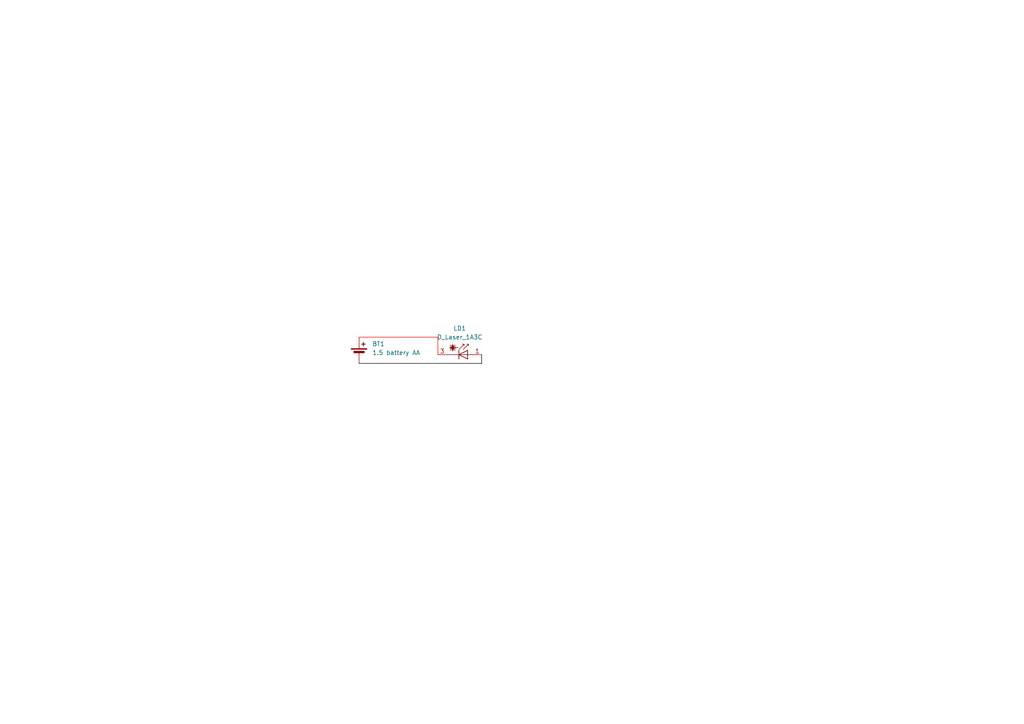
<source format=kicad_sch>
(kicad_sch
	(version 20231120)
	(generator "eeschema")
	(generator_version "8.0")
	(uuid "b4ff39d5-5938-4b3a-a27a-d3a989a5765b")
	(paper "A4")
	(lib_symbols
		(symbol "Device:Battery_Cell"
			(pin_numbers hide)
			(pin_names
				(offset 0) hide)
			(exclude_from_sim no)
			(in_bom yes)
			(on_board yes)
			(property "Reference" "BT"
				(at 2.54 2.54 0)
				(effects
					(font
						(size 1.27 1.27)
					)
					(justify left)
				)
			)
			(property "Value" "Battery_Cell"
				(at 2.54 0 0)
				(effects
					(font
						(size 1.27 1.27)
					)
					(justify left)
				)
			)
			(property "Footprint" ""
				(at 0 1.524 90)
				(effects
					(font
						(size 1.27 1.27)
					)
					(hide yes)
				)
			)
			(property "Datasheet" "~"
				(at 0 1.524 90)
				(effects
					(font
						(size 1.27 1.27)
					)
					(hide yes)
				)
			)
			(property "Description" "Single-cell battery"
				(at 0 0 0)
				(effects
					(font
						(size 1.27 1.27)
					)
					(hide yes)
				)
			)
			(property "ki_keywords" "battery cell"
				(at 0 0 0)
				(effects
					(font
						(size 1.27 1.27)
					)
					(hide yes)
				)
			)
			(symbol "Battery_Cell_0_1"
				(rectangle
					(start -2.286 1.778)
					(end 2.286 1.524)
					(stroke
						(width 0)
						(type default)
					)
					(fill
						(type outline)
					)
				)
				(rectangle
					(start -1.524 1.016)
					(end 1.524 0.508)
					(stroke
						(width 0)
						(type default)
					)
					(fill
						(type outline)
					)
				)
				(polyline
					(pts
						(xy 0 0.762) (xy 0 0)
					)
					(stroke
						(width 0)
						(type default)
					)
					(fill
						(type none)
					)
				)
				(polyline
					(pts
						(xy 0 1.778) (xy 0 2.54)
					)
					(stroke
						(width 0)
						(type default)
					)
					(fill
						(type none)
					)
				)
				(polyline
					(pts
						(xy 0.762 3.048) (xy 1.778 3.048)
					)
					(stroke
						(width 0.254)
						(type default)
					)
					(fill
						(type none)
					)
				)
				(polyline
					(pts
						(xy 1.27 3.556) (xy 1.27 2.54)
					)
					(stroke
						(width 0.254)
						(type default)
					)
					(fill
						(type none)
					)
				)
			)
			(symbol "Battery_Cell_1_1"
				(pin passive line
					(at 0 5.08 270)
					(length 2.54)
					(name "+"
						(effects
							(font
								(size 1.27 1.27)
							)
						)
					)
					(number "1"
						(effects
							(font
								(size 1.27 1.27)
							)
						)
					)
				)
				(pin passive line
					(at 0 -2.54 90)
					(length 2.54)
					(name "-"
						(effects
							(font
								(size 1.27 1.27)
							)
						)
					)
					(number "2"
						(effects
							(font
								(size 1.27 1.27)
							)
						)
					)
				)
			)
		)
		(symbol "Device:D_Laser_1A3C"
			(pin_names
				(offset 1.016) hide)
			(exclude_from_sim no)
			(in_bom yes)
			(on_board yes)
			(property "Reference" "LD"
				(at -1.27 4.445 0)
				(effects
					(font
						(size 1.27 1.27)
					)
				)
			)
			(property "Value" "D_Laser_1A3C"
				(at -1.27 -2.54 0)
				(effects
					(font
						(size 1.27 1.27)
					)
				)
			)
			(property "Footprint" ""
				(at -2.54 -0.635 0)
				(effects
					(font
						(size 1.27 1.27)
					)
					(hide yes)
				)
			)
			(property "Datasheet" "~"
				(at 0.762 -5.08 0)
				(effects
					(font
						(size 1.27 1.27)
					)
					(hide yes)
				)
			)
			(property "Description" "Laser diode, cathode on pin 3, anode on pin 1"
				(at 0 0 0)
				(effects
					(font
						(size 1.27 1.27)
					)
					(hide yes)
				)
			)
			(property "ki_keywords" "opto laserdiode"
				(at 0 0 0)
				(effects
					(font
						(size 1.27 1.27)
					)
					(hide yes)
				)
			)
			(property "ki_fp_filters" "*LaserDiode*"
				(at 0 0 0)
				(effects
					(font
						(size 1.27 1.27)
					)
					(hide yes)
				)
			)
			(symbol "D_Laser_1A3C_0_1"
				(polyline
					(pts
						(xy -4.064 1.27) (xy -2.54 2.794)
					)
					(stroke
						(width 0)
						(type default)
					)
					(fill
						(type none)
					)
				)
				(polyline
					(pts
						(xy -4.064 1.778) (xy -2.54 2.286)
					)
					(stroke
						(width 0)
						(type default)
					)
					(fill
						(type none)
					)
				)
				(polyline
					(pts
						(xy -4.064 2.286) (xy -2.54 1.778)
					)
					(stroke
						(width 0)
						(type default)
					)
					(fill
						(type none)
					)
				)
				(polyline
					(pts
						(xy -4.064 2.794) (xy -2.54 1.27)
					)
					(stroke
						(width 0)
						(type default)
					)
					(fill
						(type none)
					)
				)
				(polyline
					(pts
						(xy -3.556 2.794) (xy -3.048 1.27)
					)
					(stroke
						(width 0)
						(type default)
					)
					(fill
						(type none)
					)
				)
				(polyline
					(pts
						(xy -3.302 2.032) (xy -3.302 1.016)
					)
					(stroke
						(width 0)
						(type default)
					)
					(fill
						(type none)
					)
				)
				(polyline
					(pts
						(xy -3.302 2.032) (xy -3.302 3.048)
					)
					(stroke
						(width 0)
						(type default)
					)
					(fill
						(type none)
					)
				)
				(polyline
					(pts
						(xy -3.048 2.794) (xy -3.556 1.27)
					)
					(stroke
						(width 0)
						(type default)
					)
					(fill
						(type none)
					)
				)
				(polyline
					(pts
						(xy -1.778 2.032) (xy -4.318 2.032)
					)
					(stroke
						(width 0)
						(type default)
					)
					(fill
						(type none)
					)
				)
				(polyline
					(pts
						(xy -1.524 1.27) (xy -1.524 -1.27)
					)
					(stroke
						(width 0.2032)
						(type default)
					)
					(fill
						(type none)
					)
				)
				(polyline
					(pts
						(xy 1.27 3.048) (xy 0.762 3.048)
					)
					(stroke
						(width 0)
						(type default)
					)
					(fill
						(type none)
					)
				)
				(polyline
					(pts
						(xy 2.54 0) (xy -5.08 0)
					)
					(stroke
						(width 0)
						(type default)
					)
					(fill
						(type none)
					)
				)
				(polyline
					(pts
						(xy -0.254 1.524) (xy 1.27 3.048) (xy 1.27 2.54)
					)
					(stroke
						(width 0)
						(type default)
					)
					(fill
						(type none)
					)
				)
				(polyline
					(pts
						(xy 1.016 1.27) (xy 1.016 -1.27) (xy -1.524 0) (xy 1.016 1.27)
					)
					(stroke
						(width 0.2032)
						(type default)
					)
					(fill
						(type none)
					)
				)
				(polyline
					(pts
						(xy -1.524 1.524) (xy 0 3.048) (xy 0 2.54) (xy 0 3.048) (xy -0.508 3.048)
					)
					(stroke
						(width 0)
						(type default)
					)
					(fill
						(type none)
					)
				)
			)
			(symbol "D_Laser_1A3C_1_1"
				(pin passive line
					(at 5.08 0 180)
					(length 2.54)
					(name "A"
						(effects
							(font
								(size 1.27 1.27)
							)
						)
					)
					(number "1"
						(effects
							(font
								(size 1.27 1.27)
							)
						)
					)
				)
				(pin passive line
					(at -7.62 0 0)
					(length 2.54)
					(name "K"
						(effects
							(font
								(size 1.27 1.27)
							)
						)
					)
					(number "3"
						(effects
							(font
								(size 1.27 1.27)
							)
						)
					)
				)
			)
		)
	)
	(wire
		(pts
			(xy 104.14 97.79) (xy 127 97.79)
		)
		(stroke
			(width 0)
			(type default)
			(color 255 0 0 1)
		)
		(uuid "63d7a8b8-9b6e-4328-a9e5-f1ffc0c02927")
	)
	(wire
		(pts
			(xy 139.7 105.41) (xy 139.7 102.87)
		)
		(stroke
			(width 0)
			(type default)
			(color 0 0 0 1)
		)
		(uuid "a747eebf-8859-4efb-9d7b-a3968e74bc95")
	)
	(wire
		(pts
			(xy 127 97.79) (xy 127 102.87)
		)
		(stroke
			(width 0)
			(type default)
			(color 255 0 0 1)
		)
		(uuid "db04480c-a6ec-4dca-8d92-63b51c70ab81")
	)
	(wire
		(pts
			(xy 104.14 105.41) (xy 139.7 105.41)
		)
		(stroke
			(width 0)
			(type default)
			(color 0 0 0 1)
		)
		(uuid "fb89cd61-2ca6-45c8-a9ad-a5bbc543f6b4")
	)
	(symbol
		(lib_id "Device:D_Laser_1A3C")
		(at 134.62 102.87 0)
		(unit 1)
		(exclude_from_sim no)
		(in_bom yes)
		(on_board yes)
		(dnp no)
		(fields_autoplaced yes)
		(uuid "5de80dfe-4bdd-45e1-ab8f-20a02ea3e1cd")
		(property "Reference" "LD1"
			(at 133.35 95.25 0)
			(effects
				(font
					(size 1.27 1.27)
				)
			)
		)
		(property "Value" "D_Laser_1A3C"
			(at 133.35 97.79 0)
			(effects
				(font
					(size 1.27 1.27)
				)
			)
		)
		(property "Footprint" "OptoDevice:LaserDiode_TO3.3-D3.3-3"
			(at 132.08 103.505 0)
			(effects
				(font
					(size 1.27 1.27)
				)
				(hide yes)
			)
		)
		(property "Datasheet" "~"
			(at 135.382 107.95 0)
			(effects
				(font
					(size 1.27 1.27)
				)
				(hide yes)
			)
		)
		(property "Description" "Laser diode, cathode on pin 3, anode on pin 1"
			(at 134.62 102.87 0)
			(effects
				(font
					(size 1.27 1.27)
				)
				(hide yes)
			)
		)
		(pin "3"
			(uuid "9fd5aec3-a914-4d5d-9599-3ee4e901df4e")
		)
		(pin "1"
			(uuid "417bbc94-e351-4c31-b12c-a5a411e4c5ac")
		)
		(instances
			(project ""
				(path "/b4ff39d5-5938-4b3a-a27a-d3a989a5765b"
					(reference "LD1")
					(unit 1)
				)
			)
		)
	)
	(symbol
		(lib_id "Device:Battery_Cell")
		(at 104.14 102.87 0)
		(unit 1)
		(exclude_from_sim no)
		(in_bom yes)
		(on_board yes)
		(dnp no)
		(fields_autoplaced yes)
		(uuid "9874ca4b-e7ea-49cb-8222-b037f3943b01")
		(property "Reference" "BT1"
			(at 107.95 99.7584 0)
			(effects
				(font
					(size 1.27 1.27)
				)
				(justify left)
			)
		)
		(property "Value" "1.5 battery AA"
			(at 107.95 102.2984 0)
			(effects
				(font
					(size 1.27 1.27)
				)
				(justify left)
			)
		)
		(property "Footprint" "Battery:BatteryHolder_Keystone_2460_1xAA"
			(at 104.14 101.346 90)
			(effects
				(font
					(size 1.27 1.27)
				)
				(hide yes)
			)
		)
		(property "Datasheet" "~"
			(at 104.14 101.346 90)
			(effects
				(font
					(size 1.27 1.27)
				)
				(hide yes)
			)
		)
		(property "Description" "Single-cell battery"
			(at 104.14 102.87 0)
			(effects
				(font
					(size 1.27 1.27)
				)
				(hide yes)
			)
		)
		(pin "2"
			(uuid "70e49001-9f6f-4db6-b169-ce7617f3f8d1")
		)
		(pin "1"
			(uuid "d9803da5-987c-4f9f-8ddc-9e54fa91c6db")
		)
		(instances
			(project ""
				(path "/b4ff39d5-5938-4b3a-a27a-d3a989a5765b"
					(reference "BT1")
					(unit 1)
				)
			)
		)
	)
	(sheet_instances
		(path "/"
			(page "1")
		)
	)
)

</source>
